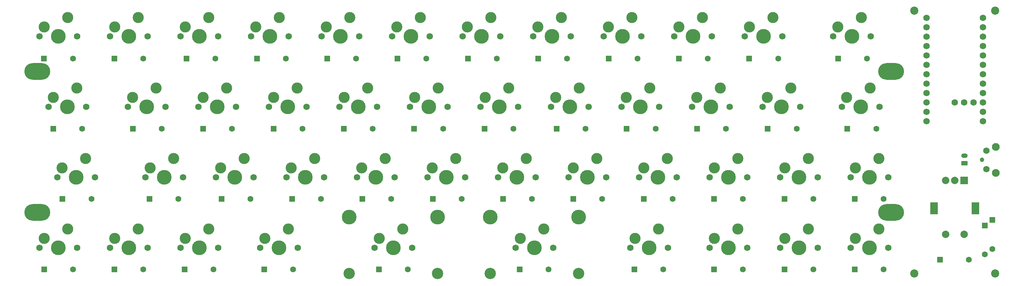
<source format=gbr>
%TF.GenerationSoftware,KiCad,Pcbnew,9.0.6*%
%TF.CreationDate,2025-12-30T17:34:46-07:00*%
%TF.ProjectId,Hotswap PCB,486f7473-7761-4702-9050-43422e6b6963,rev?*%
%TF.SameCoordinates,Original*%
%TF.FileFunction,Soldermask,Top*%
%TF.FilePolarity,Negative*%
%FSLAX46Y46*%
G04 Gerber Fmt 4.6, Leading zero omitted, Abs format (unit mm)*
G04 Created by KiCad (PCBNEW 9.0.6) date 2025-12-30 17:34:46*
%MOMM*%
%LPD*%
G01*
G04 APERTURE LIST*
G04 Aperture macros list*
%AMRoundRect*
0 Rectangle with rounded corners*
0 $1 Rounding radius*
0 $2 $3 $4 $5 $6 $7 $8 $9 X,Y pos of 4 corners*
0 Add a 4 corners polygon primitive as box body*
4,1,4,$2,$3,$4,$5,$6,$7,$8,$9,$2,$3,0*
0 Add four circle primitives for the rounded corners*
1,1,$1+$1,$2,$3*
1,1,$1+$1,$4,$5*
1,1,$1+$1,$6,$7*
1,1,$1+$1,$8,$9*
0 Add four rect primitives between the rounded corners*
20,1,$1+$1,$2,$3,$4,$5,0*
20,1,$1+$1,$4,$5,$6,$7,0*
20,1,$1+$1,$6,$7,$8,$9,0*
20,1,$1+$1,$8,$9,$2,$3,0*%
G04 Aperture macros list end*
%ADD10R,1.600000X1.600000*%
%ADD11C,1.600000*%
%ADD12C,1.750000*%
%ADD13C,3.000000*%
%ADD14C,3.987800*%
%ADD15C,3.048000*%
%ADD16O,7.001260X4.499360*%
%ADD17C,2.200000*%
%ADD18R,2.000000X2.000000*%
%ADD19C,2.000000*%
%ADD20R,2.000000X3.200000*%
%ADD21C,2.100000*%
%ADD22C,1.200000*%
%ADD23C,1.752600*%
%ADD24RoundRect,0.250000X0.625000X-0.350000X0.625000X0.350000X-0.625000X0.350000X-0.625000X-0.350000X0*%
%ADD25O,1.750000X1.200000*%
G04 APERTURE END LIST*
D10*
%TO.C,D6*%
X116100000Y-75500000D03*
D11*
X123900000Y-75500000D03*
%TD*%
D12*
%TO.C,K9*%
X171820000Y-69500000D03*
D13*
X173090000Y-66960000D03*
D14*
X176900000Y-69500000D03*
D13*
X179440000Y-64420000D03*
D12*
X181980000Y-69500000D03*
%TD*%
D10*
%TO.C,D39*%
X58600000Y-132500000D03*
D11*
X66400000Y-132500000D03*
%TD*%
D10*
%TO.C,D9*%
X173100000Y-75500000D03*
D11*
X180900000Y-75500000D03*
%TD*%
D10*
%TO.C,D35*%
X220600000Y-113500000D03*
D11*
X228400000Y-113500000D03*
%TD*%
D10*
%TO.C,D20*%
X159100000Y-94500000D03*
D11*
X166900000Y-94500000D03*
%TD*%
D10*
%TO.C,D1*%
X20600000Y-75500000D03*
D11*
X28400000Y-75500000D03*
%TD*%
D12*
%TO.C,K29*%
X105145000Y-107600000D03*
D13*
X106415000Y-105060000D03*
D14*
X110225000Y-107600000D03*
D13*
X112765000Y-102520000D03*
D12*
X115305000Y-107600000D03*
%TD*%
%TO.C,K38*%
X38470000Y-126650000D03*
D13*
X39740000Y-124110000D03*
D14*
X43550000Y-126650000D03*
D13*
X46090000Y-121570000D03*
D12*
X48630000Y-126650000D03*
%TD*%
D14*
%TO.C,K42*%
X141137000Y-118395000D03*
D15*
X141137000Y-133635000D03*
D12*
X147995000Y-126650000D03*
D13*
X149265000Y-124110000D03*
D14*
X153075000Y-126650000D03*
D13*
X155615000Y-121570000D03*
D12*
X158155000Y-126650000D03*
D14*
X165013000Y-118395000D03*
D15*
X165013000Y-133635000D03*
%TD*%
D12*
%TO.C,K10*%
X190870000Y-69500000D03*
D13*
X192140000Y-66960000D03*
D14*
X195950000Y-69500000D03*
D13*
X198490000Y-64420000D03*
D12*
X201030000Y-69500000D03*
%TD*%
D16*
%TO.C,Mnt*%
X249400000Y-117100000D03*
%TD*%
D10*
%TO.C,D31*%
X144600000Y-113500000D03*
D11*
X152400000Y-113500000D03*
%TD*%
D10*
%TO.C,D27*%
X68600000Y-113500000D03*
D11*
X76400000Y-113500000D03*
%TD*%
D10*
%TO.C,D10*%
X192100000Y-75500000D03*
D11*
X199900000Y-75500000D03*
%TD*%
D10*
%TO.C,D11*%
X211100000Y-75500000D03*
D11*
X218900000Y-75500000D03*
%TD*%
D17*
%TO.C,Acryl Mount*%
X255725000Y-133600000D03*
%TD*%
D12*
%TO.C,K43*%
X178945000Y-126650000D03*
D13*
X180215000Y-124110000D03*
D14*
X184025000Y-126650000D03*
D13*
X186565000Y-121570000D03*
D12*
X189105000Y-126650000D03*
%TD*%
D10*
%TO.C,D41*%
X111100000Y-132500000D03*
D11*
X118900000Y-132500000D03*
%TD*%
D10*
%TO.C,D34*%
X201600000Y-113500000D03*
D11*
X209400000Y-113500000D03*
%TD*%
D10*
%TO.C,D24*%
X237600000Y-94500000D03*
D11*
X245400000Y-94500000D03*
%TD*%
D10*
%TO.C,D48*%
X274770000Y-120640000D03*
D11*
X274770000Y-128440000D03*
%TD*%
D12*
%TO.C,K28*%
X86095000Y-107600000D03*
D13*
X87365000Y-105060000D03*
D14*
X91175000Y-107600000D03*
D13*
X93715000Y-102520000D03*
D12*
X96255000Y-107600000D03*
%TD*%
%TO.C,K31*%
X143245000Y-107600000D03*
D13*
X144515000Y-105060000D03*
D14*
X148325000Y-107600000D03*
D13*
X150865000Y-102520000D03*
D12*
X153405000Y-107600000D03*
%TD*%
D10*
%TO.C,D29*%
X106600000Y-113500000D03*
D11*
X114400000Y-113500000D03*
%TD*%
D12*
%TO.C,K19*%
X138470000Y-88550000D03*
D13*
X139740000Y-86010000D03*
D14*
X143550000Y-88550000D03*
D13*
X146090000Y-83470000D03*
D12*
X148630000Y-88550000D03*
%TD*%
D10*
%TO.C,D44*%
X201600000Y-132500000D03*
D11*
X209400000Y-132500000D03*
%TD*%
D12*
%TO.C,K2*%
X38470000Y-69500000D03*
D13*
X39740000Y-66960000D03*
D14*
X43550000Y-69500000D03*
D13*
X46090000Y-64420000D03*
D12*
X48630000Y-69500000D03*
%TD*%
%TO.C,K39*%
X57520000Y-126650000D03*
D13*
X58790000Y-124110000D03*
D14*
X62600000Y-126650000D03*
D13*
X65140000Y-121570000D03*
D12*
X67680000Y-126650000D03*
%TD*%
%TO.C,K37*%
X19420000Y-126675000D03*
D13*
X20690000Y-124135000D03*
D14*
X24500000Y-126675000D03*
D13*
X27040000Y-121595000D03*
D12*
X29580000Y-126675000D03*
%TD*%
D10*
%TO.C,D19*%
X139600000Y-94500000D03*
D11*
X147400000Y-94500000D03*
%TD*%
D10*
%TO.C,D8*%
X154100000Y-75500000D03*
D11*
X161900000Y-75500000D03*
%TD*%
D17*
%TO.C,Acryl Mount*%
X277500000Y-133600000D03*
%TD*%
D12*
%TO.C,K46*%
X238495000Y-126650000D03*
D13*
X239765000Y-124110000D03*
D14*
X243575000Y-126650000D03*
D13*
X246115000Y-121570000D03*
D12*
X248655000Y-126650000D03*
%TD*%
%TO.C,K22*%
X195620000Y-88550000D03*
D13*
X196890000Y-86010000D03*
D14*
X200700000Y-88550000D03*
D13*
X203240000Y-83470000D03*
D12*
X205780000Y-88550000D03*
%TD*%
D10*
%TO.C,D14*%
X44600000Y-94500000D03*
D11*
X52400000Y-94500000D03*
%TD*%
D10*
%TO.C,D22*%
X197000000Y-94500000D03*
D11*
X204800000Y-94500000D03*
%TD*%
D10*
%TO.C,D4*%
X78100000Y-75500000D03*
D11*
X85900000Y-75500000D03*
%TD*%
D18*
%TO.C,SW1*%
X269112500Y-108500000D03*
D19*
X264112500Y-108500000D03*
X266612500Y-108500000D03*
D20*
X272212500Y-116000000D03*
X261012500Y-116000000D03*
D19*
X264112500Y-123000000D03*
X269112500Y-123000000D03*
%TD*%
D12*
%TO.C,K14*%
X43245000Y-88550000D03*
D13*
X44515000Y-86010000D03*
D14*
X48325000Y-88550000D03*
D13*
X50865000Y-83470000D03*
D12*
X53405000Y-88550000D03*
%TD*%
%TO.C,K1*%
X19420000Y-69500000D03*
D13*
X20690000Y-66960000D03*
D14*
X24500000Y-69500000D03*
D13*
X27040000Y-64420000D03*
D12*
X29580000Y-69500000D03*
%TD*%
%TO.C,K15*%
X62270000Y-88550000D03*
D13*
X63540000Y-86010000D03*
D14*
X67350000Y-88550000D03*
D13*
X69890000Y-83470000D03*
D12*
X72430000Y-88550000D03*
%TD*%
%TO.C,K36*%
X238495000Y-107600000D03*
D13*
X239765000Y-105060000D03*
D14*
X243575000Y-107600000D03*
D13*
X246115000Y-102520000D03*
D12*
X248655000Y-107600000D03*
%TD*%
%TO.C,K12*%
X233720000Y-69500000D03*
D13*
X234990000Y-66960000D03*
D14*
X238800000Y-69500000D03*
D13*
X241340000Y-64420000D03*
D12*
X243880000Y-69500000D03*
%TD*%
%TO.C,K18*%
X119420000Y-88550000D03*
D13*
X120690000Y-86010000D03*
D14*
X124500000Y-88550000D03*
D13*
X127040000Y-83470000D03*
D12*
X129580000Y-88550000D03*
%TD*%
%TO.C,K11*%
X209920000Y-69500000D03*
D13*
X211190000Y-66960000D03*
D14*
X215000000Y-69500000D03*
D13*
X217540000Y-64420000D03*
D12*
X220080000Y-69500000D03*
%TD*%
D10*
%TO.C,D32*%
X163600000Y-113500000D03*
D11*
X171400000Y-113500000D03*
%TD*%
D10*
%TO.C,D49*%
X276780000Y-119170000D03*
D11*
X276780000Y-126970000D03*
%TD*%
D10*
%TO.C,D2*%
X39600000Y-75500000D03*
D11*
X47400000Y-75500000D03*
%TD*%
D16*
%TO.C,Mnt*%
X249400000Y-79000000D03*
%TD*%
D10*
%TO.C,D26*%
X49100000Y-113500000D03*
D11*
X56900000Y-113500000D03*
%TD*%
D12*
%TO.C,K5*%
X95620000Y-69500000D03*
D13*
X96890000Y-66960000D03*
D14*
X100700000Y-69500000D03*
D13*
X103240000Y-64420000D03*
D12*
X105780000Y-69500000D03*
%TD*%
%TO.C,K44*%
X200395000Y-126650000D03*
D13*
X201665000Y-124110000D03*
D14*
X205475000Y-126650000D03*
D13*
X208015000Y-121570000D03*
D12*
X210555000Y-126650000D03*
%TD*%
D10*
%TO.C,D25*%
X25600000Y-113500000D03*
D11*
X33400000Y-113500000D03*
%TD*%
D12*
%TO.C,K8*%
X152770000Y-69500000D03*
D13*
X154040000Y-66960000D03*
D14*
X157850000Y-69500000D03*
D13*
X160390000Y-64420000D03*
D12*
X162930000Y-69500000D03*
%TD*%
%TO.C,K30*%
X124195000Y-107600000D03*
D13*
X125465000Y-105060000D03*
D14*
X129275000Y-107600000D03*
D13*
X131815000Y-102520000D03*
D12*
X134355000Y-107600000D03*
%TD*%
%TO.C,K32*%
X162295000Y-107600000D03*
D13*
X163565000Y-105060000D03*
D14*
X167375000Y-107600000D03*
D13*
X169915000Y-102520000D03*
D12*
X172455000Y-107600000D03*
%TD*%
%TO.C,K45*%
X219445000Y-126650000D03*
D13*
X220715000Y-124110000D03*
D14*
X224525000Y-126650000D03*
D13*
X227065000Y-121570000D03*
D12*
X229605000Y-126650000D03*
%TD*%
%TO.C,K4*%
X76570000Y-69500000D03*
D13*
X77840000Y-66960000D03*
D14*
X81650000Y-69500000D03*
D13*
X84190000Y-64420000D03*
D12*
X86730000Y-69500000D03*
%TD*%
D10*
%TO.C,D5*%
X97100000Y-75500000D03*
D11*
X104900000Y-75500000D03*
%TD*%
D10*
%TO.C,D45*%
X220600000Y-132500000D03*
D11*
X228400000Y-132500000D03*
%TD*%
D12*
%TO.C,K40*%
X78945000Y-126650000D03*
D13*
X80215000Y-124110000D03*
D14*
X84025000Y-126650000D03*
D13*
X86565000Y-121570000D03*
D12*
X89105000Y-126650000D03*
%TD*%
D10*
%TO.C,D12*%
X235100000Y-75500000D03*
D11*
X242900000Y-75500000D03*
%TD*%
D12*
%TO.C,K17*%
X100370000Y-88550000D03*
D13*
X101640000Y-86010000D03*
D14*
X105450000Y-88550000D03*
D13*
X107990000Y-83470000D03*
D12*
X110530000Y-88550000D03*
%TD*%
%TO.C,K3*%
X57520000Y-69500000D03*
D13*
X58790000Y-66960000D03*
D14*
X62600000Y-69500000D03*
D13*
X65140000Y-64420000D03*
D12*
X67680000Y-69500000D03*
%TD*%
%TO.C,K21*%
X176570000Y-88550000D03*
D13*
X177840000Y-86010000D03*
D14*
X181650000Y-88550000D03*
D13*
X184190000Y-83470000D03*
D12*
X186730000Y-88550000D03*
%TD*%
%TO.C,K20*%
X157545000Y-88550000D03*
D13*
X158815000Y-86010000D03*
D14*
X162625000Y-88550000D03*
D13*
X165165000Y-83470000D03*
D12*
X167705000Y-88550000D03*
%TD*%
%TO.C,K16*%
X81345000Y-88550000D03*
D13*
X82615000Y-86010000D03*
D14*
X86425000Y-88550000D03*
D13*
X88965000Y-83470000D03*
D12*
X91505000Y-88550000D03*
%TD*%
%TO.C,K27*%
X67045000Y-107600000D03*
D13*
X68315000Y-105060000D03*
D14*
X72125000Y-107600000D03*
D13*
X74665000Y-102520000D03*
D12*
X77205000Y-107600000D03*
%TD*%
D10*
%TO.C,D33*%
X182600000Y-113500000D03*
D11*
X190400000Y-113500000D03*
%TD*%
D16*
%TO.C,Mnt*%
X18800000Y-79000000D03*
%TD*%
D12*
%TO.C,K34*%
X200395000Y-107600000D03*
D13*
X201665000Y-105060000D03*
D14*
X205475000Y-107600000D03*
D13*
X208015000Y-102520000D03*
D12*
X210555000Y-107600000D03*
%TD*%
D10*
%TO.C,D28*%
X87600000Y-113500000D03*
D11*
X95400000Y-113500000D03*
%TD*%
D10*
%TO.C,D15*%
X63600000Y-94500000D03*
D11*
X71400000Y-94500000D03*
%TD*%
D12*
%TO.C,K26*%
X47995000Y-107600000D03*
D13*
X49265000Y-105060000D03*
D14*
X53075000Y-107600000D03*
D13*
X55615000Y-102520000D03*
D12*
X58155000Y-107600000D03*
%TD*%
D17*
%TO.C,Acryl Mount*%
X255725000Y-62600000D03*
%TD*%
D10*
%TO.C,D7*%
X135100000Y-75500000D03*
D11*
X142900000Y-75500000D03*
%TD*%
D10*
%TO.C,D37*%
X20680000Y-132500000D03*
D11*
X28480000Y-132500000D03*
%TD*%
D12*
%TO.C,K7*%
X133720000Y-69500000D03*
D13*
X134990000Y-66960000D03*
D14*
X138800000Y-69500000D03*
D13*
X141340000Y-64420000D03*
D12*
X143880000Y-69500000D03*
%TD*%
D10*
%TO.C,D16*%
X82600000Y-94500000D03*
D11*
X90400000Y-94500000D03*
%TD*%
D12*
%TO.C,K33*%
X181345000Y-107600000D03*
D13*
X182615000Y-105060000D03*
D14*
X186425000Y-107600000D03*
D13*
X188965000Y-102520000D03*
D12*
X191505000Y-107600000D03*
%TD*%
D10*
%TO.C,D17*%
X101600000Y-94500000D03*
D11*
X109400000Y-94500000D03*
%TD*%
D10*
%TO.C,D38*%
X39600000Y-132500000D03*
D11*
X47400000Y-132500000D03*
%TD*%
D12*
%TO.C,K35*%
X219445000Y-107600000D03*
D13*
X220715000Y-105060000D03*
D14*
X224525000Y-107600000D03*
D13*
X227065000Y-102520000D03*
D12*
X229605000Y-107600000D03*
%TD*%
%TO.C,K24*%
X236095000Y-88550000D03*
D13*
X237365000Y-86010000D03*
D14*
X241175000Y-88550000D03*
D13*
X243715000Y-83470000D03*
D12*
X246255000Y-88550000D03*
%TD*%
D10*
%TO.C,D46*%
X239600000Y-132500000D03*
D11*
X247400000Y-132500000D03*
%TD*%
D12*
%TO.C,K6*%
X114670000Y-69500000D03*
D13*
X115940000Y-66960000D03*
D14*
X119750000Y-69500000D03*
D13*
X122290000Y-64420000D03*
D12*
X124830000Y-69500000D03*
%TD*%
D16*
%TO.C,Mnt*%
X18800000Y-117100000D03*
%TD*%
D10*
%TO.C,D23*%
X216100000Y-94500000D03*
D11*
X223900000Y-94500000D03*
%TD*%
D12*
%TO.C,K13*%
X21795000Y-88550000D03*
D13*
X23065000Y-86010000D03*
D14*
X26875000Y-88550000D03*
D13*
X29415000Y-83470000D03*
D12*
X31955000Y-88550000D03*
%TD*%
D10*
%TO.C,D43*%
X180100000Y-132500000D03*
D11*
X187900000Y-132500000D03*
%TD*%
D10*
%TO.C,D47*%
X262625000Y-129875000D03*
D11*
X270425000Y-129875000D03*
%TD*%
D10*
%TO.C,D40*%
X80100000Y-132500000D03*
D11*
X87900000Y-132500000D03*
%TD*%
D10*
%TO.C,D18*%
X120600000Y-94500000D03*
D11*
X128400000Y-94500000D03*
%TD*%
D17*
%TO.C,Acryl Mount*%
X277500000Y-62600000D03*
%TD*%
D10*
%TO.C,D13*%
X23100000Y-94500000D03*
D11*
X30900000Y-94500000D03*
%TD*%
D12*
%TO.C,K23*%
X214670000Y-88550000D03*
D13*
X215940000Y-86010000D03*
D14*
X219750000Y-88550000D03*
D13*
X222290000Y-83470000D03*
D12*
X224830000Y-88550000D03*
%TD*%
%TO.C,K25*%
X24170000Y-107600000D03*
D13*
X25440000Y-105060000D03*
D14*
X29250000Y-107600000D03*
D13*
X31790000Y-102520000D03*
D12*
X34330000Y-107600000D03*
%TD*%
D10*
%TO.C,D36*%
X239600000Y-113500000D03*
D11*
X247400000Y-113500000D03*
%TD*%
D10*
%TO.C,D30*%
X125600000Y-113500000D03*
D11*
X133400000Y-113500000D03*
%TD*%
D10*
%TO.C,D3*%
X59100000Y-75500000D03*
D11*
X66900000Y-75500000D03*
%TD*%
D10*
%TO.C,D21*%
X178000000Y-94500000D03*
D11*
X185800000Y-94500000D03*
%TD*%
D14*
%TO.C,K41*%
X103037000Y-118395000D03*
D15*
X103037000Y-133635000D03*
D12*
X109895000Y-126650000D03*
D13*
X111165000Y-124110000D03*
D14*
X114975000Y-126650000D03*
D13*
X117515000Y-121570000D03*
D12*
X120055000Y-126650000D03*
D14*
X126913000Y-118395000D03*
D15*
X126913000Y-133635000D03*
%TD*%
D10*
%TO.C,D42*%
X149100000Y-132500000D03*
D11*
X156900000Y-132500000D03*
%TD*%
D21*
%TO.C,SW2*%
X277677500Y-106400000D03*
D22*
X273977500Y-102900000D03*
D21*
X277677500Y-99390000D03*
D12*
X275187500Y-105400000D03*
X275187500Y-100400000D03*
%TD*%
D23*
%TO.C,U2*%
X274232500Y-64530000D03*
X274232500Y-67070000D03*
X274232500Y-69610000D03*
X274232500Y-72150000D03*
X274232500Y-74690000D03*
X274232500Y-77230000D03*
X274232500Y-79770000D03*
X274232500Y-82310000D03*
X274232500Y-84850000D03*
X274232500Y-87390000D03*
X274232500Y-89930000D03*
X274232500Y-92470000D03*
X258992500Y-92470000D03*
X258992500Y-89930000D03*
X258992500Y-87390000D03*
X258992500Y-84850000D03*
X258992500Y-82310000D03*
X258992500Y-79770000D03*
X258992500Y-77230000D03*
X258992500Y-74690000D03*
X258992500Y-72150000D03*
X258992500Y-69610000D03*
X258992500Y-67070000D03*
X258992500Y-64530000D03*
X271692500Y-87390000D03*
X269152500Y-87390000D03*
X266612500Y-87390000D03*
%TD*%
D24*
%TO.C,J2*%
X269200000Y-103800000D03*
D25*
X269200000Y-101800000D03*
%TD*%
M02*

</source>
